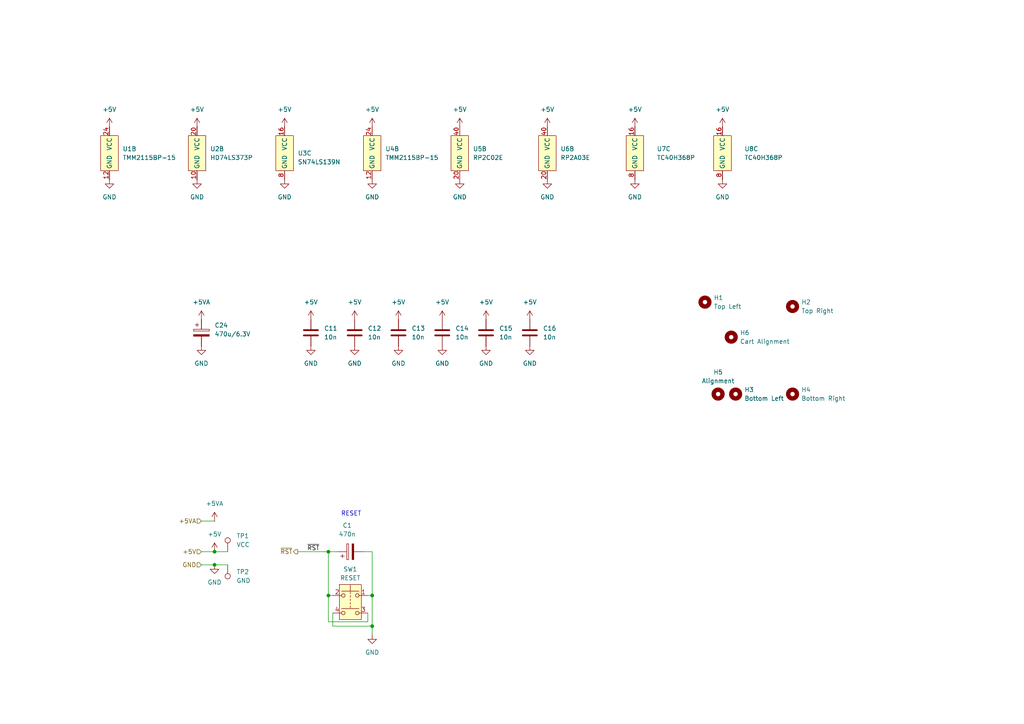
<source format=kicad_sch>
(kicad_sch (version 20250114) (generator "eeschema") (generator_version "9.0")
  (paper "A4")
  (title_block (title "Nintendo Famicom Mainboard") (date "2025-10-30") (rev "1"))
  (lib_symbols
    (symbol "Connector:TestPoint" (pin_numbers (hide yes)) (pin_names (offset 0.762) (hide yes))
      (property "Reference" "TP" (at 0 6.858 0))
      (property "Value" "TestPoint" (at 0 5.08 0))
      (symbol "TestPoint_0_1"
        (circle (center 0 3.302) (radius 0.762))
      )
      (symbol "TestPoint_1_1"
        (pin passive line (at 0 0 90) (length 2.54) (name "1") (number "1"))
      )
    )
    (symbol "Device:C" (pin_numbers (hide yes)) (pin_names (offset 0.254))
      (property "Reference" "C" (at 0.635 2.54 0))
      (property "Value" "C" (at 0.635 -2.54 0))
      (symbol "C_0_1"
        (polyline (pts (xy -2.032 0.762) (xy 2.032 0.762)) (stroke (width 0.508)))
        (polyline (pts (xy -2.032 -0.762) (xy 2.032 -0.762)) (stroke (width 0.508)))
      )
      (symbol "C_1_1"
        (pin passive line (at 0 3.81 270) (length 2.794) (name "~") (number "1"))
        (pin passive line (at 0 -3.81 90) (length 2.794) (name "~") (number "2"))
      )
    )
    (symbol "Device:C_Polarized" (pin_numbers (hide yes)) (pin_names (offset 0.254))
      (property "Reference" "C" (at 0.635 2.54 0))
      (property "Value" "C_Polarized" (at 0.635 -2.54 0))
      (symbol "C_Polarized_0_1"
        (rectangle (start -2.286 0.508) (end 2.286 1.016))
        (polyline (pts (xy -1.778 2.286) (xy -0.762 2.286)))
        (polyline (pts (xy -1.27 2.794) (xy -1.27 1.778)))
        (rectangle (start 2.286 -0.508) (end -2.286 -1.016) (fill (type outline)))
      )
      (symbol "C_Polarized_1_1"
        (pin passive line (at 0 3.81 270) (length 2.794) (name "~") (number "1"))
        (pin passive line (at 0 -3.81 90) (length 2.794) (name "~") (number "2"))
      )
    )
    (symbol "Famicom:74LS139"
      (property "Reference" "U" (at 0 1.524 0))
      (symbol "74LS139_1_0"
        (pin input line (at -10.16 -2.54 0) (length 2.54) (name "A1") (number "3"))
        (pin input line (at -10.16 -5.08 0) (length 2.54) (name "A0") (number "2"))
        (pin input line (at -10.16 -11.43 0) (length 2.54) (name "~{E}") (number "1"))
        (pin output line (at 10.16 -2.54 180) (length 2.54) (name "~{O0}") (number "4"))
        (pin output line (at 10.16 -5.08 180) (length 2.54) (name "~{O1}") (number "5"))
        (pin output line (at 10.16 -7.62 180) (length 2.54) (name "~{O2}") (number "6"))
        (pin output line (at 10.16 -10.16 180) (length 2.54) (name "~{O3}") (number "7"))
      )
      (symbol "74LS139_1_1"
        (rectangle (start -7.62 0) (end 7.62 -12.7) (fill (type background)))
      )
      (symbol "74LS139_2_0"
        (pin input line (at -10.16 -2.54 0) (length 2.54) (name "A1") (number "13"))
        (pin input line (at -10.16 -5.08 0) (length 2.54) (name "A0") (number "14"))
        (pin input line (at -8.89 -10.16 0) (length 2.54) (name "~{E}") (number "15"))
        (pin output line (at 10.16 -2.54 180) (length 2.54) (name "~{O0}") (number "12"))
        (pin output line (at 10.16 -5.08 180) (length 2.54) (name "~{O1}") (number "11"))
        (pin output line (at 10.16 -7.62 180) (length 2.54) (name "~{O2}") (number "10"))
        (pin output line (at 10.16 -10.16 180) (length 2.54) (name "~{O3}") (number "9"))
      )
      (symbol "74LS139_2_1"
        (rectangle (start -7.62 0) (end 7.62 -12.7) (fill (type background)))
      )
      (symbol "74LS139_3_0"
        (pin power_in line (at 0 2.54 270) (length 2.54) (name "VCC") (number "16"))
        (pin power_in line (at 0 -12.7 90) (length 2.54) (name "GND") (number "8"))
      )
      (symbol "74LS139_3_1"
        (rectangle (start -2.54 0) (end 2.54 -10.16) (fill (type background)))
      )
    )
    (symbol "Famicom:74LS368"
      (property "Reference" "U" (at 0 7.874 0))
      (property "Value" "{value}" (at 0 4.826 0))
      (symbol "74LS368_1_0"
        (pin input line (at -11.43 0 0) (length 2.54) (name "IN1a") (number "2"))
        (pin input line (at -11.43 -2.54 0) (length 2.54) (name "IN2a") (number "4"))
        (pin input line (at -11.43 -5.08 0) (length 2.54) (name "IN3a") (number "6"))
        (pin input line (at -11.43 -7.62 0) (length 2.54) (name "IN4a") (number "10"))
        (pin input line (at -11.43 -10.16 0) (length 2.54) (name "~{OEa}") (number "1"))
        (pin tri_state line (at 11.43 0 180) (length 2.54) (name "~{OUT1a}") (number "3"))
        (pin tri_state line (at 11.43 -2.54 180) (length 2.54) (name "~{OUT2a}") (number "5"))
        (pin tri_state line (at 11.43 -5.08 180) (length 2.54) (name "~{OUT3a}") (number "7"))
        (pin tri_state line (at 11.43 -7.62 180) (length 2.54) (name "~{OUT4a}") (number "9"))
      )
      (symbol "74LS368_1_1"
        (rectangle (start -8.89 2.54) (end 8.89 -12.7) (fill (type background)))
        (polyline (pts (xy -1.27 1.27) (xy -1.27 -1.27) (xy 1.27 0) (xy -1.27 1.27)))
        (polyline (pts (xy -1.27 -1.27) (xy -1.27 -3.81) (xy 1.27 -2.54) (xy -1.27 -1.27)))
        (polyline (pts (xy -1.27 -3.81) (xy -1.27 -6.35) (xy 1.27 -5.08) (xy -1.27 -3.81)))
        (polyline (pts (xy -1.27 -6.35) (xy -1.27 -8.89) (xy 1.27 -7.62) (xy -1.27 -6.35)))
        (circle (center 1.524 0) (radius 0.254))
        (circle (center 1.524 -2.54) (radius 0.254))
        (circle (center 1.524 -5.08) (radius 0.254))
        (circle (center 1.524 -7.62) (radius 0.254))
      )
      (symbol "74LS368_2_0"
        (pin input line (at -11.43 -2.54 0) (length 2.54) (name "IN1b") (number "12"))
        (pin input line (at -11.43 -5.08 0) (length 2.54) (name "IN2b") (number "14"))
        (pin input line (at -11.43 -7.62 0) (length 2.54) (name "~{OEb}") (number "15"))
        (pin tri_state line (at 11.43 -2.54 180) (length 2.54) (name "~{OUT1b}") (number "11"))
        (pin tri_state line (at 11.43 -5.08 180) (length 2.54) (name "~{OUT2b}") (number "13"))
      )
      (symbol "74LS368_2_1"
        (rectangle (start -8.89 0) (end 8.89 -10.16) (fill (type background)))
        (polyline (pts (xy -1.27 -1.27) (xy -1.27 -3.81) (xy 1.27 -2.54) (xy -1.27 -1.27)))
        (polyline (pts (xy -1.27 -3.81) (xy -1.27 -6.35) (xy 1.27 -5.08) (xy -1.27 -3.81)))
        (circle (center 1.524 -2.54) (radius 0.254))
        (circle (center 1.524 -5.08) (radius 0.254))
      )
      (symbol "74LS368_3_0"
        (pin power_in line (at 0 2.54 270) (length 2.54) (name "VCC") (number "16"))
        (pin power_in line (at 0 -12.7 90) (length 2.54) (name "GND") (number "8"))
      )
      (symbol "74LS368_3_1"
        (rectangle (start -2.54 0) (end 2.54 -10.16) (fill (type background)))
      )
    )
    (symbol "Famicom:74LS373"
      (property "Reference" "U" (at 0 4.572 0))
      (symbol "74LS373_1_0"
        (pin input line (at -10.16 -2.54 0) (length 2.54) (name "I0") (number "3"))
        (pin input line (at -10.16 -5.08 0) (length 2.54) (name "I1") (number "4"))
        (pin input line (at -10.16 -7.62 0) (length 2.54) (name "I2") (number "7"))
        (pin input line (at -10.16 -10.16 0) (length 2.54) (name "I3") (number "8"))
        (pin input line (at -10.16 -12.7 0) (length 2.54) (name "I4") (number "13"))
        (pin input line (at -10.16 -15.24 0) (length 2.54) (name "I5") (number "14"))
        (pin input line (at -10.16 -17.78 0) (length 2.54) (name "I6") (number "17"))
        (pin input line (at -10.16 -20.32 0) (length 2.54) (name "I7") (number "18"))
        (pin input line (at -10.16 -25.4 0) (length 2.54) (name "LE") (number "11"))
        (pin input line (at -10.16 -27.94 0) (length 2.54) (name "~{OE}") (number "1"))
        (pin tri_state line (at 10.16 -2.54 180) (length 2.54) (name "O0") (number "2"))
        (pin tri_state line (at 10.16 -5.08 180) (length 2.54) (name "O1") (number "5"))
        (pin tri_state line (at 10.16 -7.62 180) (length 2.54) (name "O2") (number "6"))
        (pin tri_state line (at 10.16 -10.16 180) (length 2.54) (name "O3") (number "9"))
        (pin tri_state line (at 10.16 -12.7 180) (length 2.54) (name "O4") (number "12"))
        (pin tri_state line (at 10.16 -15.24 180) (length 2.54) (name "O5") (number "15"))
        (pin tri_state line (at 10.16 -17.78 180) (length 2.54) (name "O6") (number "16"))
        (pin tri_state line (at 10.16 -20.32 180) (length 2.54) (name "O7") (number "19"))
      )
      (symbol "74LS373_1_1"
        (rectangle (start -7.62 0) (end 7.62 -30.48) (fill (type background)))
      )
      (symbol "74LS373_2_0"
        (pin power_in line (at 0 2.54 270) (length 2.54) (name "VCC") (number "20"))
        (pin power_in line (at 0 -12.7 90) (length 2.54) (name "GND") (number "10"))
      )
      (symbol "74LS373_2_1"
        (rectangle (start -2.54 0) (end 2.54 -10.16) (fill (type background)))
      )
    )
    (symbol "Famicom:RP2A03"
      (property "Reference" "U" (at 0 2.794 0))
      (symbol "RP2A03_1_0"
        (pin input line (at -10.16 -2.54 0) (length 2.54) (name "~{RST}") (number "3"))
        (pin input line (at -10.16 -5.08 0) (length 2.54) (name "CLK") (number "29"))
        (pin input line (at -10.16 -7.62 0) (length 2.54) (name "TST") (number "30"))
        (pin output line (at -10.16 -12.7 0) (length 2.54) (name "A15") (number "19"))
        (pin output line (at -10.16 -15.24 0) (length 2.54) (name "A14") (number "18"))
        (pin output line (at -10.16 -17.78 0) (length 2.54) (name "A13") (number "17"))
        (pin output line (at -10.16 -20.32 0) (length 2.54) (name "A12") (number "16"))
        (pin output line (at -10.16 -22.86 0) (length 2.54) (name "A11") (number "15"))
        (pin output line (at -10.16 -25.4 0) (length 2.54) (name "A10") (number "14"))
        (pin output line (at -10.16 -27.94 0) (length 2.54) (name "A9") (number "13"))
        (pin output line (at -10.16 -30.48 0) (length 2.54) (name "A8") (number "12"))
        (pin output line (at -10.16 -33.02 0) (length 2.54) (name "A7") (number "11"))
        (pin output line (at -10.16 -35.56 0) (length 2.54) (name "A6") (number "10"))
        (pin output line (at -10.16 -38.1 0) (length 2.54) (name "A5") (number "9"))
        (pin output line (at -10.16 -40.64 0) (length 2.54) (name "A4") (number "8"))
        (pin output line (at -10.16 -43.18 0) (length 2.54) (name "A3") (number "7"))
        (pin output line (at -10.16 -45.72 0) (length 2.54) (name "A2") (number "6"))
        (pin output line (at -10.16 -48.26 0) (length 2.54) (name "A1") (number "5"))
        (pin output line (at -10.16 -50.8 0) (length 2.54) (name "A0") (number "4"))
        (pin output line (at 10.16 -2.54 180) (length 2.54) (name "R/W") (number "34"))
        (pin output line (at 10.16 -5.08 180) (length 2.54) (name "M2") (number "31"))
        (pin input line (at 10.16 -7.62 180) (length 2.54) (name "~{NMI}") (number "33"))
        (pin input line (at 10.16 -10.16 180) (length 2.54) (name "~{IRQ}") (number "32"))
        (pin output line (at 10.16 -12.7 180) (length 2.54) (name "~{OE0}") (number "36"))
        (pin output line (at 10.16 -15.24 180) (length 2.54) (name "~{OE1}") (number "35"))
        (pin output line (at 10.16 -17.78 180) (length 2.54) (name "STROBE") (number "39"))
        (pin output line (at 10.16 -20.32 180) (length 2.54) (name "EXT45") (number "38"))
        (pin output line (at 10.16 -22.86 180) (length 2.54) (name "EXT44") (number "37"))
        (pin output line (at 10.16 -25.4 180) (length 2.54) (name "SND1") (number "1"))
        (pin output line (at 10.16 -27.94 180) (length 2.54) (name "SND2") (number "2"))
        (pin bidirectional line (at 10.16 -33.02 180) (length 2.54) (name "D7") (number "21"))
        (pin bidirectional line (at 10.16 -35.56 180) (length 2.54) (name "D6") (number "22"))
        (pin bidirectional line (at 10.16 -38.1 180) (length 2.54) (name "D5") (number "23"))
        (pin bidirectional line (at 10.16 -40.64 180) (length 2.54) (name "D4") (number "24"))
        (pin bidirectional line (at 10.16 -43.18 180) (length 2.54) (name "D3") (number "25"))
        (pin bidirectional line (at 10.16 -45.72 180) (length 2.54) (name "D2") (number "26"))
        (pin bidirectional line (at 10.16 -48.26 180) (length 2.54) (name "D1") (number "27"))
        (pin bidirectional line (at 10.16 -50.8 180) (length 2.54) (name "D0") (number "28"))
      )
      (symbol "RP2A03_1_1"
        (rectangle (start -7.62 0) (end 7.62 -53.34) (fill (type background)))
      )
      (symbol "RP2A03_2_0"
        (pin power_in line (at 0 2.54 270) (length 2.54) (name "VCC") (number "40"))
        (pin power_in line (at 0 -12.7 90) (length 2.54) (name "GND") (number "20"))
      )
      (symbol "RP2A03_2_1"
        (rectangle (start -2.54 0) (end 2.54 -10.16) (fill (type background)))
      )
    )
    (symbol "Famicom:RP2C02"
      (property "Reference" "U" (at 0 2.032 0))
      (symbol "RP2C02_1_0"
        (pin bidirectional line (at -10.16 -2.54 0) (length 2.54) (name "D7") (number "9"))
        (pin bidirectional line (at -10.16 -5.08 0) (length 2.54) (name "D6") (number "8"))
        (pin bidirectional line (at -10.16 -7.62 0) (length 2.54) (name "D5") (number "7"))
        (pin bidirectional line (at -10.16 -10.16 0) (length 2.54) (name "D4") (number "6"))
        (pin bidirectional line (at -10.16 -12.7 0) (length 2.54) (name "D3") (number "5"))
        (pin bidirectional line (at -10.16 -15.24 0) (length 2.54) (name "D2") (number "4"))
        (pin bidirectional line (at -10.16 -17.78 0) (length 2.54) (name "D1") (number "3"))
        (pin bidirectional line (at -10.16 -20.32 0) (length 2.54) (name "D0") (number "2"))
        (pin input line (at -10.16 -22.86 0) (length 2.54) (name "RS2") (number "10"))
        (pin input line (at -10.16 -25.4 0) (length 2.54) (name "RS1") (number "11"))
        (pin input line (at -10.16 -27.94 0) (length 2.54) (name "RS0") (number "12"))
        (pin input line (at -10.16 -33.02 0) (length 2.54) (name "R/~{W}") (number "1"))
        (pin input line (at -10.16 -35.56 0) (length 2.54) (name "~{DBE}") (number "13"))
        (pin input line (at -10.16 -38.1 0) (length 2.54) (name "CLK") (number "18"))
        (pin open_collector line (at -10.16 -40.64 0) (length 2.54) (name "~{INT}") (number "19"))
        (pin input line (at -10.16 -43.18 0) (length 2.54) (name "~{RST}") (number "22"))
        (pin passive line (at -10.16 -48.26 0) (length 2.54) (name "EXT0/R") (number "14"))
        (pin passive line (at -10.16 -50.8 0) (length 2.54) (name "EXT1/G") (number "15"))
        (pin passive line (at -10.16 -53.34 0) (length 2.54) (name "EXT2/B") (number "16"))
        (pin passive line (at -10.16 -55.88 0) (length 2.54) (name "EXT3/GND") (number "17"))
        (pin output line (at 10.16 -2.54 180) (length 2.54) (name "~{RD}") (number "24"))
        (pin output line (at 10.16 -5.08 180) (length 2.54) (name "~{WE}") (number "23"))
        (pin output line (at 10.16 -7.62 180) (length 2.54) (name "ALE") (number "39"))
        (pin output line (at 10.16 -12.7 180) (length 2.54) (name "PA13") (number "25"))
        (pin output line (at 10.16 -15.24 180) (length 2.54) (name "PA12") (number "26"))
        (pin output line (at 10.16 -17.78 180) (length 2.54) (name "PA11") (number "27"))
        (pin output line (at 10.16 -20.32 180) (length 2.54) (name "PA10") (number "28"))
        (pin output line (at 10.16 -22.86 180) (length 2.54) (name "PA9") (number "29"))
        (pin output line (at 10.16 -25.4 180) (length 2.54) (name "PA8") (number "30"))
        (pin bidirectional line (at 10.16 -27.94 180) (length 2.54) (name "AD7") (number "31"))
        (pin bidirectional line (at 10.16 -30.48 180) (length 2.54) (name "AD6") (number "32"))
        (pin bidirectional line (at 10.16 -33.02 180) (length 2.54) (name "AD5") (number "33"))
        (pin bidirectional line (at 10.16 -35.56 180) (length 2.54) (name "AD4") (number "34"))
        (pin bidirectional line (at 10.16 -38.1 180) (length 2.54) (name "AD3") (number "35"))
        (pin bidirectional line (at 10.16 -40.64 180) (length 2.54) (name "AD2") (number "36"))
        (pin bidirectional line (at 10.16 -43.18 180) (length 2.54) (name "AD1") (number "37"))
        (pin bidirectional line (at 10.16 -45.72 180) (length 2.54) (name "AD0") (number "38"))
        (pin output line (at 10.16 -50.8 180) (length 2.54) (name "VIDEO") (number "21"))
      )
      (symbol "RP2C02_1_1"
        (rectangle (start -7.62 0) (end 7.62 -58.42) (fill (type background)))
      )
      (symbol "RP2C02_2_0"
        (pin power_in line (at 0 2.54 270) (length 2.54) (name "VCC") (number "40"))
        (pin power_in line (at 0 -12.7 90) (length 2.54) (name "GND") (number "20"))
      )
      (symbol "RP2C02_2_1"
        (rectangle (start -2.54 0) (end 2.54 -10.16) (fill (type background)))
      )
    )
    (symbol "MB8416_1"
      (property "Reference" "U" (at 0 2.032 0))
      (symbol "MB8416_1_1_0"
        (pin input line (at -10.16 -2.54 0) (length 2.54) (name "A10") (number "19"))
        (pin input line (at -10.16 -5.08 0) (length 2.54) (name "A9") (number "22"))
        (pin input line (at -10.16 -7.62 0) (length 2.54) (name "A8") (number "23"))
        (pin input line (at -10.16 -10.16 0) (length 2.54) (name "A7") (number "1"))
        (pin input line (at -10.16 -12.7 0) (length 2.54) (name "A6") (number "2"))
        (pin input line (at -10.16 -15.24 0) (length 2.54) (name "A5") (number "3"))
        (pin input line (at -10.16 -17.78 0) (length 2.54) (name "A4") (number "4"))
        (pin input line (at -10.16 -20.32 0) (length 2.54) (name "A3") (number "5"))
        (pin input line (at -10.16 -22.86 0) (length 2.54) (name "A2") (number "6"))
        (pin input line (at -10.16 -25.4 0) (length 2.54) (name "A1") (number "7"))
        (pin input line (at -10.16 -27.94 0) (length 2.54) (name "A0") (number "8"))
        (pin input line (at -10.16 -33.02 0) (length 2.54) (name "~{E}") (number "18"))
        (pin input line (at -10.16 -35.56 0) (length 2.54) (name "~{W}") (number "21"))
        (pin input line (at -10.16 -38.1 0) (length 2.54) (name "~{G}") (number "20"))
        (pin tri_state line (at 10.16 -2.54 180) (length 2.54) (name "DQ7") (number "17"))
        (pin tri_state line (at 10.16 -5.08 180) (length 2.54) (name "DQ6") (number "16"))
        (pin tri_state line (at 10.16 -7.62 180) (length 2.54) (name "DQ5") (number "15"))
        (pin tri_state line (at 10.16 -10.16 180) (length 2.54) (name "DQ4") (number "14"))
        (pin tri_state line (at 10.16 -12.7 180) (length 2.54) (name "DQ3") (number "13"))
        (pin tri_state line (at 10.16 -15.24 180) (length 2.54) (name "DQ2") (number "11"))
        (pin tri_state line (at 10.16 -17.78 180) (length 2.54) (name "DQ1") (number "10"))
        (pin tri_state line (at 10.16 -20.32 180) (length 2.54) (name "DQ0") (number "9"))
      )
      (symbol "MB8416_1_1_1"
        (rectangle (start -7.62 0) (end 7.62 -40.64) (fill (type background)))
      )
      (symbol "MB8416_1_2_0"
        (pin power_in line (at 0 2.54 270) (length 2.54) (name "VCC") (number "24"))
        (pin power_in line (at 0 -12.7 90) (length 2.54) (name "GND") (number "12"))
      )
      (symbol "MB8416_1_2_1"
        (rectangle (start -2.54 0) (end 2.54 -10.16) (fill (type background)))
      )
    )
    (symbol "Mechanical:MountingHole" (pin_names (offset 1.016)) (in_bom no)
      (property "Reference" "H" (at 0 5.08 0))
      (property "Value" "MountingHole" (at 0 3.175 0))
      (symbol "MountingHole_0_1"
        (circle (center 0 0) (radius 1.27) (stroke (width 1.27)))
      )
    )
    (symbol "Switch:SW_Push_Dual" (pin_names (offset 1.016) (hide yes))
      (property "Reference" "SW" (at 0 7.62 0))
      (property "Value" "SW_Push_Dual" (at 0 -6.35 0))
      (symbol "SW_Push_Dual_0_1"
        (circle (center -2.032 2.54) (radius 0.508))
        (circle (center -2.032 -2.54) (radius 0.508))
        (polyline (pts (xy 0 3.81) (xy 0 5.588)))
        (polyline (pts (xy 0 3.048) (xy 0 3.556)))
        (polyline (pts (xy 0 2.032) (xy 0 2.54)))
        (polyline (pts (xy 0 1.016) (xy 0 1.524)))
        (polyline (pts (xy 0 0.508) (xy 0 0)))
        (polyline (pts (xy 0 -0.508) (xy 0 -1.016)))
        (circle (center 2.032 2.54) (radius 0.508))
        (circle (center 2.032 -2.54) (radius 0.508))
        (polyline (pts (xy 2.54 3.81) (xy -2.54 3.81)))
        (polyline (pts (xy 2.54 -1.27) (xy -2.54 -1.27)))
        (pin passive line (at -5.08 2.54 0) (length 2.54) (name "1") (number "1"))
        (pin passive line (at -5.08 -2.54 0) (length 2.54) (name "3") (number "3"))
        (pin passive line (at 5.08 2.54 180) (length 2.54) (name "2") (number "2"))
        (pin passive line (at 5.08 -2.54 180) (length 2.54) (name "4") (number "4"))
      )
      (symbol "SW_Push_Dual_1_1"
        (rectangle (start -3.175 5.715) (end 3.175 -4.445) (fill (type background)))
      )
    )
    (symbol "power:+5V" (power) (pin_numbers (hide yes)) (pin_names (offset 0) (hide yes))
      (property "Value" "+5V" (at 0 3.556 0))
      (symbol "+5V_0_1"
        (polyline (pts (xy -0.762 1.27) (xy 0 2.54)))
        (polyline (pts (xy 0 2.54) (xy 0.762 1.27)))
        (polyline (pts (xy 0 0) (xy 0 2.54)))
      )
      (symbol "+5V_1_1"
        (pin power_in line (at 0 0 90) (length 0) (name "~") (number "1"))
      )
    )
    (symbol "power:+5VA" (power) (pin_numbers (hide yes)) (pin_names (offset 0) (hide yes))
      (property "Value" "+5VA" (at 0 3.556 0))
      (symbol "+5VA_0_1"
        (polyline (pts (xy -0.762 1.27) (xy 0 2.54)))
        (polyline (pts (xy 0 2.54) (xy 0.762 1.27)))
        (polyline (pts (xy 0 0) (xy 0 2.54)))
      )
      (symbol "+5VA_1_1"
        (pin power_in line (at 0 0 90) (length 0) (name "~") (number "1"))
      )
    )
    (symbol "power:GND" (power) (pin_numbers (hide yes)) (pin_names (offset 0) (hide yes))
      (property "Value" "GND" (at 0 -3.81 0))
      (symbol "GND_0_1"
        (polyline (pts (xy 0 0) (xy 0 -1.27) (xy 1.27 -1.27) (xy 0 -2.54) (xy -1.27 -1.27) (xy 0 -1.27)))
      )
      (symbol "GND_1_1"
        (pin power_in line (at 0 0 270) (length 0) (name "~") (number "1"))
      )
    )
  )
  (text "RESET" (at 101.854 149.098 0) (effects (font (size 1.27 1.27))))
  (junction (at 95.25 160.02))
  (junction (at 107.95 172.72))
  (junction (at 95.25 172.72))
  (junction (at 107.95 181.61))
  (junction (at 62.23 160.02))
  (junction (at 62.23 163.83))
  (wire (pts (xy 58.42 163.83) (xy 62.23 163.83)))
  (wire (pts (xy 58.42 160.02) (xy 62.23 160.02)))
  (wire (pts (xy 95.25 172.72) (xy 96.52 172.72)))
  (wire (pts (xy 86.36 160.02) (xy 95.25 160.02)))
  (wire (pts (xy 95.25 160.02) (xy 95.25 172.72)))
  (wire (pts (xy 107.95 172.72) (xy 106.68 172.72)))
  (wire (pts (xy 96.52 181.61) (xy 107.95 181.61)))
  (wire (pts (xy 62.23 163.83) (xy 66.04 163.83)))
  (wire (pts (xy 107.95 181.61) (xy 107.95 172.72)))
  (wire (pts (xy 107.95 184.15) (xy 107.95 181.61)))
  (wire (pts (xy 107.95 160.02) (xy 107.95 172.72)))
  (wire (pts (xy 95.25 172.72) (xy 95.25 180.34)))
  (wire (pts (xy 62.23 160.02) (xy 66.04 160.02)))
  (wire (pts (xy 96.52 177.8) (xy 96.52 181.61)))
  (wire (pts (xy 106.68 180.34) (xy 106.68 177.8)))
  (wire (pts (xy 105.41 160.02) (xy 107.95 160.02)))
  (wire (pts (xy 95.25 180.34) (xy 106.68 180.34)))
  (wire (pts (xy 58.42 151.13) (xy 62.23 151.13)))
  (wire (pts (xy 97.79 160.02) (xy 95.25 160.02)))
  (label "~{RST}" (at 92.71 160.02 180))
  (hierarchical_label "~{RST}" (shape output) (at 86.36 160.02 180))
  (hierarchical_label "+5V" (shape input) (at 58.42 160.02 180))
  (hierarchical_label "GND" (shape input) (at 58.42 163.83 180))
  (hierarchical_label "+5VA" (shape input) (at 58.42 151.13 180))
  (symbol (lib_id "power:+5V") (at 158.75 36.83 0) (unit 1)
    (property "Reference" "#PWR034" (effects (hide yes)))
    (property "Value" "+5V" (at 158.75 31.75 0))
    (property "Description" "Power symbol creates a global label with name \"+5V\"" (effects (hide yes)))
  )
  (symbol (lib_id "power:+5V") (at 184.15 36.83 0) (unit 1)
    (property "Reference" "#PWR015" (effects (hide yes)))
    (property "Value" "+5V" (at 184.15 31.75 0))
    (property "Description" "Power symbol creates a global label with name \"+5V\"" (effects (hide yes)))
  )
  (symbol (lib_id "Mechanical:MountingHole") (at 229.87 114.3 0) (unit 1) (in_bom no)
    (property "Reference" "H4" (at 232.41 113.0299 0) (effects (justify left)))
    (property "Value" "Bottom Right" (at 232.41 115.5699 0) (effects (justify left)))
    (property "Footprint" "Nintendo:npth_mounting_3.3x5mm_nopad" (effects (hide yes)))
    (property "Description" "Mounting Hole without connection" (effects (hide yes)))
  )
  (symbol (lib_id "power:GND") (at 140.97 100.33 0) (unit 1)
    (property "Reference" "#PWR068" (effects (hide yes)))
    (property "Value" "GND" (at 140.97 105.41 0))
    (property "Description" "Power symbol creates a global label with name \"GND\" , ground" (effects (hide yes)))
  )
  (symbol (lib_id "power:GND") (at 62.23 163.83 0) (unit 1)
    (property "Reference" "#PWR03" (effects (hide yes)))
    (property "Value" "GND" (at 62.23 168.91 0))
    (property "Description" "Power symbol creates a global label with name \"GND\" , ground" (effects (hide yes)))
  )
  (symbol (lib_id "power:+5V") (at 31.75 36.83 0) (unit 1)
    (property "Reference" "#PWR040" (effects (hide yes)))
    (property "Value" "+5V" (at 31.75 31.75 0))
    (property "Description" "Power symbol creates a global label with name \"+5V\"" (effects (hide yes)))
  )
  (symbol (lib_id "power:GND") (at 158.75 52.07 0) (unit 1)
    (property "Reference" "#PWR081" (effects (hide yes)))
    (property "Value" "GND" (at 158.75 57.15 0))
    (property "Description" "Power symbol creates a global label with name \"GND\" , ground" (effects (hide yes)))
  )
  (symbol (lib_id "power:GND") (at 107.95 184.15 0) (unit 1)
    (property "Reference" "#PWR012" (effects (hide yes)))
    (property "Value" "GND" (at 107.95 189.23 0))
    (property "Description" "Power symbol creates a global label with name \"GND\" , ground" (effects (hide yes)))
  )
  (symbol (lib_id "power:+5V") (at 90.17 92.71 0) (unit 1)
    (property "Reference" "#PWR070" (effects (hide yes)))
    (property "Value" "+5V" (at 90.17 87.63 0))
    (property "Description" "Power symbol creates a global label with name \"+5V\"" (effects (hide yes)))
  )
  (symbol (lib_id "power:GND") (at 133.35 52.07 0) (unit 1)
    (property "Reference" "#PWR080" (effects (hide yes)))
    (property "Value" "GND" (at 133.35 57.15 0))
    (property "Description" "Power symbol creates a global label with name \"GND\" , ground" (effects (hide yes)))
  )
  (symbol (lib_id "Device:C") (at 102.87 96.52 180) (unit 1)
    (property "Reference" "C12" (at 106.68 95.2499 0) (effects (justify right)))
    (property "Value" "10n" (at 106.68 97.7899 0) (effects (justify right)))
    (property "Footprint" "Nintendo:C_Disc_NoSilk_D3.0mm_W2.0mm_P5.0mm" (effects (hide yes)))
    (property "Description" "Unpolarized capacitor" (effects (hide yes)))
  )
  (symbol (lib_id "Mechanical:MountingHole") (at 204.47 87.63 180) (unit 1) (in_bom no)
    (property "Reference" "H1" (at 207.01 86.3599 0) (effects (justify right)))
    (property "Value" "Top Left" (at 207.01 88.8999 0) (effects (justify right)))
    (property "Footprint" "Nintendo:npth_mounting_4x5mm_nopad" (effects (hide yes)))
    (property "Description" "Mounting Hole without connection" (effects (hide yes)))
  )
  (symbol (lib_id "power:+5V") (at 153.67 92.71 0) (unit 1)
    (property "Reference" "#PWR072" (effects (hide yes)))
    (property "Value" "+5V" (at 153.67 87.63 0))
    (property "Description" "Power symbol creates a global label with name \"+5V\"" (effects (hide yes)))
  )
  (symbol (lib_id "power:GND") (at 82.55 52.07 0) (unit 1)
    (property "Reference" "#PWR056" (effects (hide yes)))
    (property "Value" "GND" (at 82.55 57.15 0))
    (property "Description" "Power symbol creates a global label with name \"GND\" , ground" (effects (hide yes)))
  )
  (symbol (lib_id "Connector:TestPoint") (at 66.04 160.02 0) (unit 1)
    (property "Reference" "TP1" (at 68.58 155.4479 0) (effects (justify left)))
    (property "Value" "VCC" (at 68.58 157.9879 0) (effects (justify left)))
    (property "Footprint" "Nintendo:test_pad" (effects (hide yes)))
    (property "Description" "test point" (effects (hide yes)))
  )
  (symbol (lib_id "power:+5V") (at 133.35 36.83 0) (unit 1)
    (property "Reference" "#PWR041" (effects (hide yes)))
    (property "Value" "+5V" (at 133.35 31.75 0))
    (property "Description" "Power symbol creates a global label with name \"+5V\"" (effects (hide yes)))
  )
  (symbol (lib_id "power:GND") (at 128.27 100.33 0) (unit 1)
    (property "Reference" "#PWR062" (effects (hide yes)))
    (property "Value" "GND" (at 128.27 105.41 0))
    (property "Description" "Power symbol creates a global label with name \"GND\" , ground" (effects (hide yes)))
  )
  (symbol (lib_id "Famicom:74LS373") (at 57.15 39.37 0) (unit 2)
    (property "Reference" "U2" (at 60.96 43.1799 0) (effects (justify left)))
    (property "Value" "HD74LS373P" (at 60.96 45.7199 0) (effects (justify left)))
    (property "Footprint" "Nintendo:DIP-20_W7.62mm" (effects (hide yes)))
    (property "Datasheet" "kicad-embed://74LS373.pdf" (effects (hide yes)))
    (property "Description" "8-bit Latch, 3-state outputs" (effects (hide yes)))
  )
  (symbol (lib_id "Connector:TestPoint") (at 66.04 163.83 180) (unit 1)
    (property "Reference" "TP2" (at 68.58 165.8619 0) (effects (justify right)))
    (property "Value" "GND" (at 68.58 168.4019 0) (effects (justify right)))
    (property "Footprint" "Nintendo:test_pad" (effects (hide yes)))
    (property "Description" "test point" (effects (hide yes)))
  )
  (symbol (lib_id "Device:C") (at 115.57 96.52 180) (unit 1)
    (property "Reference" "C13" (at 119.38 95.2499 0) (effects (justify right)))
    (property "Value" "10n" (at 119.38 97.7899 0) (effects (justify right)))
    (property "Footprint" "Nintendo:C_Disc_NoSilk_D3.0mm_W2.0mm_P5.0mm" (effects (hide yes)))
    (property "Description" "Unpolarized capacitor" (effects (hide yes)))
  )
  (symbol (lib_id "power:GND") (at 57.15 52.07 0) (unit 1)
    (property "Reference" "#PWR043" (effects (hide yes)))
    (property "Value" "GND" (at 57.15 57.15 0))
    (property "Description" "Power symbol creates a global label with name \"GND\" , ground" (effects (hide yes)))
  )
  (symbol (lib_id "power:+5V") (at 140.97 92.71 0) (unit 1)
    (property "Reference" "#PWR063" (effects (hide yes)))
    (property "Value" "+5V" (at 140.97 87.63 0))
    (property "Description" "Power symbol creates a global label with name \"+5V\"" (effects (hide yes)))
  )
  (symbol (lib_id "power:GND") (at 102.87 100.33 0) (unit 1)
    (property "Reference" "#PWR051" (effects (hide yes)))
    (property "Value" "GND" (at 102.87 105.41 0))
    (property "Description" "Power symbol creates a global label with name \"GND\" , ground" (effects (hide yes)))
  )
  (symbol (lib_id "power:+5VA") (at 58.42 92.71 0) (unit 1)
    (property "Reference" "#PWR036" (effects (hide yes)))
    (property "Value" "+5VA" (at 58.42 87.63 0))
    (property "Description" "Power symbol creates a global label with name \"+5VA\"" (effects (hide yes)))
  )
  (symbol (lib_id "power:GND") (at 209.55 52.07 0) (unit 1)
    (property "Reference" "#PWR018" (effects (hide yes)))
    (property "Value" "GND" (at 209.55 57.15 0))
    (property "Description" "Power symbol creates a global label with name \"GND\" , ground" (effects (hide yes)))
  )
  (symbol (lib_id "Device:C") (at 153.67 96.52 180) (unit 1)
    (property "Reference" "C16" (at 157.48 95.2499 0) (effects (justify right)))
    (property "Value" "10n" (at 157.48 97.7899 0) (effects (justify right)))
    (property "Footprint" "Nintendo:C_Disc_NoSilk_D3.0mm_W2.0mm_P5.0mm" (effects (hide yes)))
    (property "Description" "Unpolarized capacitor" (effects (hide yes)))
  )
  (symbol (lib_id "Device:C") (at 128.27 96.52 180) (unit 1)
    (property "Reference" "C14" (at 132.08 95.2499 0) (effects (justify right)))
    (property "Value" "10n" (at 132.08 97.7899 0) (effects (justify right)))
    (property "Footprint" "Nintendo:C_Disc_NoSilk_D3.0mm_W2.0mm_P5.0mm" (effects (hide yes)))
    (property "Description" "Unpolarized capacitor" (effects (hide yes)))
  )
  (symbol (lib_id "Mechanical:MountingHole") (at 213.36 114.3 0) (unit 1) (in_bom no)
    (property "Reference" "H3" (at 215.9 113.0299 0) (effects (justify left)))
    (property "Value" "Bottom Left" (at 215.9 115.5699 0) (effects (justify left)))
    (property "Footprint" "Nintendo:npth_mounting_3.3x5mm_nopad" (effects (hide yes)))
    (property "Description" "Mounting Hole without connection" (effects (hide yes)))
  )
  (symbol (lib_id "Mechanical:MountingHole") (at 208.28 114.3 0) (unit 1) (in_bom no)
    (property "Reference" "H5" (at 208.28 107.95 0))
    (property "Value" "Alignment" (at 208.28 110.49 0))
    (property "Footprint" "Nintendo:npth_mounting_2x4mm_nopad" (effects (hide yes)))
    (property "Description" "Mounting Hole without connection" (effects (hide yes)))
  )
  (symbol (lib_id "Mechanical:MountingHole") (at 212.09 97.79 0) (unit 1) (in_bom no)
    (property "Reference" "H6" (at 214.63 96.5199 0) (effects (justify left)))
    (property "Value" "Cart Alignment" (at 214.63 99.0599 0) (effects (justify left)))
    (property "Footprint" "Nintendo:npth_mounting_2.3x3.4mm_nopad" (effects (hide yes)))
    (property "Description" "Mounting Hole without connection" (effects (hide yes)))
  )
  (symbol (lib_id "power:+5V") (at 102.87 92.71 0) (unit 1)
    (property "Reference" "#PWR050" (effects (hide yes)))
    (property "Value" "+5V" (at 102.87 87.63 0))
    (property "Description" "Power symbol creates a global label with name \"+5V\"" (effects (hide yes)))
  )
  (symbol (lib_id "power:GND") (at 153.67 100.33 0) (unit 1)
    (property "Reference" "#PWR073" (effects (hide yes)))
    (property "Value" "GND" (at 153.67 105.41 0))
    (property "Description" "Power symbol creates a global label with name \"GND\" , ground" (effects (hide yes)))
  )
  (symbol (lib_id "Famicom:74LS368") (at 209.55 39.37 0) (unit 3)
    (property "Reference" "U8" (at 215.9 43.1799 0) (effects (justify left)))
    (property "Value" "TC40H368P" (at 215.9 45.7199 0) (effects (justify left)))
    (property "Footprint" "Nintendo:DIP-16_W7.62mm" (effects (hide yes)))
    (property "Datasheet" "kicad-embed://74LS368.pdf" (effects (hide yes)))
    (property "Description" "Hex Bus Driver inverter, 3-state outputs" (effects (hide yes)))
  )
  (symbol (lib_id "power:GND") (at 115.57 100.33 0) (unit 1)
    (property "Reference" "#PWR053" (effects (hide yes)))
    (property "Value" "GND" (at 115.57 105.41 0))
    (property "Description" "Power symbol creates a global label with name \"GND\" , ground" (effects (hide yes)))
  )
  (symbol (lib_name "MB8416_1") (lib_id "Famicom:MB8416") (at 31.75 39.37 0) (unit 2)
    (property "Reference" "U1" (at 35.56 43.1799 0) (effects (justify left)))
    (property "Value" "TMM2115BP-15" (at 35.56 45.7199 0) (effects (justify left)))
    (property "Footprint" "Nintendo:DIP-24_W7.62mm" (effects (hide yes)))
  )
  (symbol (lib_id "power:+5V") (at 82.55 36.83 0) (unit 1)
    (property "Reference" "#PWR055" (effects (hide yes)))
    (property "Value" "+5V" (at 82.55 31.75 0))
    (property "Description" "Power symbol creates a global label with name \"+5V\"" (effects (hide yes)))
  )
  (symbol (lib_id "Famicom:RP2C02") (at 133.35 39.37 0) (unit 2)
    (property "Reference" "U5" (at 137.16 43.1799 0) (effects (justify left)))
    (property "Value" "RP2C02E" (at 137.16 45.7199 0) (effects (justify left)))
    (property "Footprint" "Nintendo:DIP-40_W15.24mm" (effects (hide yes)))
    (property "Datasheet" "https://github.com/emu-russia/breaks" (effects (hide yes)))
  )
  (symbol (lib_id "power:GND") (at 90.17 100.33 0) (unit 1)
    (property "Reference" "#PWR032" (effects (hide yes)))
    (property "Value" "GND" (at 90.17 105.41 0))
    (property "Description" "Power symbol creates a global label with name \"GND\" , ground" (effects (hide yes)))
  )
  (symbol (lib_id "Famicom:74LS368") (at 184.15 39.37 0) (unit 3)
    (property "Reference" "U7" (at 190.5 43.1799 0) (effects (justify left)))
    (property "Value" "TC40H368P" (at 190.5 45.7199 0) (effects (justify left)))
    (property "Footprint" "Nintendo:DIP-16_W7.62mm" (effects (hide yes)))
    (property "Datasheet" "kicad-embed://74LS368.pdf" (effects (hide yes)))
    (property "Description" "Hex Bus Driver inverter, 3-state outputs" (effects (hide yes)))
  )
  (symbol (lib_name "MB8416_1") (lib_id "Famicom:MB8416") (at 107.95 39.37 0) (unit 2)
    (property "Reference" "U4" (at 111.76 43.1799 0) (effects (justify left)))
    (property "Value" "TMM2115BP-15" (at 111.76 45.7199 0) (effects (justify left)))
    (property "Footprint" "Nintendo:DIP-24_W7.62mm" (effects (hide yes)))
  )
  (symbol (lib_id "power:+5V") (at 62.23 160.02 0) (unit 1)
    (property "Reference" "#PWR02" (effects (hide yes)))
    (property "Value" "+5V" (at 62.23 154.94 0))
    (property "Description" "Power symbol creates a global label with name \"+5V\"" (effects (hide yes)))
  )
  (symbol (lib_id "Device:C") (at 140.97 96.52 180) (unit 1)
    (property "Reference" "C15" (at 144.78 95.2499 0) (effects (justify right)))
    (property "Value" "10n" (at 144.78 97.7899 0) (effects (justify right)))
    (property "Footprint" "Nintendo:C_Disc_NoSilk_D3.0mm_W2.0mm_P5.0mm" (effects (hide yes)))
    (property "Description" "Unpolarized capacitor" (effects (hide yes)))
  )
  (symbol (lib_id "power:GND") (at 31.75 52.07 0) (unit 1)
    (property "Reference" "#PWR045" (effects (hide yes)))
    (property "Value" "GND" (at 31.75 57.15 0))
    (property "Description" "Power symbol creates a global label with name \"GND\" , ground" (effects (hide yes)))
  )
  (symbol (lib_id "Famicom:RP2A03") (at 158.75 39.37 0) (unit 2)
    (property "Reference" "U6" (at 162.56 43.1799 0) (effects (justify left)))
    (property "Value" "RP2A03E" (at 162.56 45.7199 0) (effects (justify left)))
    (property "Footprint" "Nintendo:DIP-40_W15.24mm" (effects (hide yes)))
    (property "Datasheet" "https://github.com/emu-russia/breaks" (effects (hide yes)))
  )
  (symbol (lib_id "power:+5VA") (at 62.23 151.13 0) (unit 1)
    (property "Reference" "#PWR030" (effects (hide yes)))
    (property "Value" "+5VA" (at 62.23 146.05 0))
    (property "Description" "Power symbol creates a global label with name \"+5VA\"" (effects (hide yes)))
  )
  (symbol (lib_id "power:+5V") (at 128.27 92.71 0) (unit 1)
    (property "Reference" "#PWR054" (effects (hide yes)))
    (property "Value" "+5V" (at 128.27 87.63 0))
    (property "Description" "Power symbol creates a global label with name \"+5V\"" (effects (hide yes)))
  )
  (symbol (lib_id "Device:C_Polarized") (at 58.42 96.52 0) (unit 1)
    (property "Reference" "C24" (at 62.23 94.3609 0) (effects (justify left)))
    (property "Value" "470u/6.3V" (at 62.23 96.9009 0) (effects (justify left)))
    (property "Footprint" "Nintendo:CP_axial_P22.50_P3.50" (effects (hide yes)))
    (property "Description" "Polarized capacitor" (effects (hide yes)))
  )
  (symbol (lib_id "power:GND") (at 58.42 100.33 0) (unit 1)
    (property "Reference" "#PWR037" (effects (hide yes)))
    (property "Value" "GND" (at 58.42 105.41 0))
    (property "Description" "Power symbol creates a global label with name \"GND\" , ground" (effects (hide yes)))
  )
  (symbol (lib_id "power:+5V") (at 107.95 36.83 0) (unit 1)
    (property "Reference" "#PWR047" (effects (hide yes)))
    (property "Value" "+5V" (at 107.95 31.75 0))
    (property "Description" "Power symbol creates a global label with name \"+5V\"" (effects (hide yes)))
  )
  (symbol (lib_id "Famicom:74LS139") (at 82.55 39.37 0) (unit 3)
    (property "Reference" "U3" (at 86.36 44.4499 0) (effects (justify left)))
    (property "Value" "SN74LS139N" (at 86.36 46.9899 0) (effects (justify left)))
    (property "Footprint" "Nintendo:DIP-16_W7.62mm" (effects (hide yes)))
    (property "Datasheet" "kicad-embed://74LS139.pdf" (effects (hide yes)))
    (property "Description" "Dual Decoder 1 of 4, Active low outputs" (effects (hide yes)))
  )
  (symbol (lib_id "power:+5V") (at 115.57 92.71 0) (unit 1)
    (property "Reference" "#PWR052" (effects (hide yes)))
    (property "Value" "+5V" (at 115.57 87.63 0))
    (property "Description" "Power symbol creates a global label with name \"+5V\"" (effects (hide yes)))
  )
  (symbol (lib_id "power:GND") (at 184.15 52.07 0) (unit 1)
    (property "Reference" "#PWR017" (effects (hide yes)))
    (property "Value" "GND" (at 184.15 57.15 0))
    (property "Description" "Power symbol creates a global label with name \"GND\" , ground" (effects (hide yes)))
  )
  (symbol (lib_id "Switch:SW_Push_Dual") (at 101.6 175.26 0) (mirror y) (unit 1)
    (property "Reference" "SW1" (at 101.6 165.1 0))
    (property "Value" "RESET" (at 101.6 167.64 0))
    (property "Footprint" "Nintendo:switch_reset_9x10_4pin" (effects (hide yes)))
    (property "Description" "Push button switch, generic, symbol, four pins" (effects (hide yes)))
  )
  (symbol (lib_id "power:+5V") (at 209.55 36.83 0) (unit 1)
    (property "Reference" "#PWR016" (effects (hide yes)))
    (property "Value" "+5V" (at 209.55 31.75 0))
    (property "Description" "Power symbol creates a global label with name \"+5V\"" (effects (hide yes)))
  )
  (symbol (lib_id "power:+5V") (at 57.15 36.83 0) (unit 1)
    (property "Reference" "#PWR042" (effects (hide yes)))
    (property "Value" "+5V" (at 57.15 31.75 0))
    (property "Description" "Power symbol creates a global label with name \"+5V\"" (effects (hide yes)))
  )
  (symbol (lib_id "Mechanical:MountingHole") (at 229.87 88.9 0) (unit 1) (in_bom no)
    (property "Reference" "H2" (at 232.41 87.6299 0) (effects (justify left)))
    (property "Value" "Top Right" (at 232.41 90.1699 0) (effects (justify left)))
    (property "Footprint" "Nintendo:npth_mounting_4x5mm_nopad" (effects (hide yes)))
    (property "Description" "Mounting Hole without connection" (effects (hide yes)))
  )
  (symbol (lib_id "Device:C") (at 90.17 96.52 180) (unit 1)
    (property "Reference" "C11" (at 93.98 95.2499 0) (effects (justify right)))
    (property "Value" "10n" (at 93.98 97.7899 0) (effects (justify right)))
    (property "Footprint" "Nintendo:C_Disc_NoSilk_D3.0mm_W2.0mm_P5.0mm" (effects (hide yes)))
    (property "Description" "Unpolarized capacitor" (effects (hide yes)))
  )
  (symbol (lib_id "power:GND") (at 107.95 52.07 0) (unit 1)
    (property "Reference" "#PWR071" (effects (hide yes)))
    (property "Value" "GND" (at 107.95 57.15 0))
    (property "Description" "Power symbol creates a global label with name \"GND\" , ground" (effects (hide yes)))
  )
  (symbol (lib_id "Device:C_Polarized") (at 101.6 160.02 90) (unit 1)
    (property "Reference" "C1" (at 100.711 152.4 90))
    (property "Value" "470n" (at 100.711 154.94 90))
    (property "Footprint" "Nintendo:CP_Radial_D5.0mm_P3.00mm" (effects (hide yes)))
    (property "Description" "Polarized capacitor" (effects (hide yes)))
  )
)
</source>
